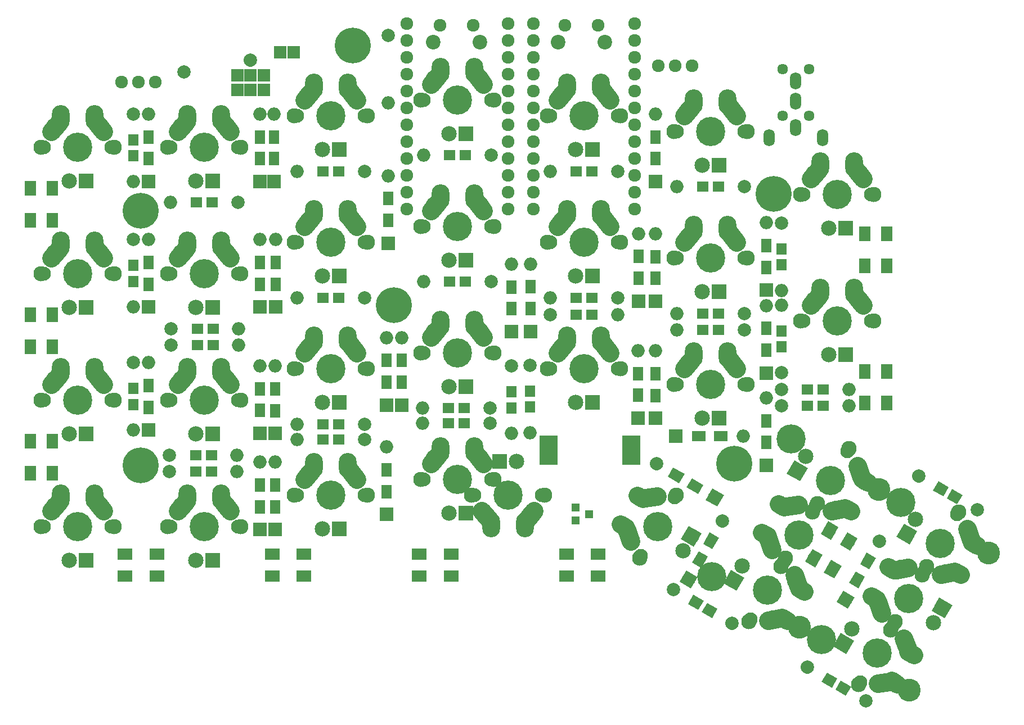
<source format=gts>
G04 #@! TF.GenerationSoftware,KiCad,Pcbnew,(5.0.0)*
G04 #@! TF.CreationDate,2018-09-16T22:23:12+09:00*
G04 #@! TF.ProjectId,ergodash,6572676F646173682E6B696361645F70,2.0*
G04 #@! TF.SameCoordinates,Original*
G04 #@! TF.FileFunction,Soldermask,Top*
G04 #@! TF.FilePolarity,Negative*
%FSLAX46Y46*%
G04 Gerber Fmt 4.6, Leading zero omitted, Abs format (unit mm)*
G04 Created by KiCad (PCBNEW (5.0.0)) date 09/16/18 22:23:12*
%MOMM*%
%LPD*%
G01*
G04 APERTURE LIST*
%ADD10C,1.600000*%
%ADD11C,0.100000*%
%ADD12C,2.000000*%
%ADD13C,2.000000*%
%ADD14R,2.000000X1.600000*%
%ADD15O,2.000000X2.000000*%
%ADD16R,2.000000X2.000000*%
%ADD17R,1.600000X2.000000*%
%ADD18R,1.800000X1.600000*%
%ADD19R,1.600000X1.800000*%
%ADD20C,4.387800*%
%ADD21C,3.448000*%
%ADD22R,1.800000X2.200000*%
%ADD23C,1.800000*%
%ADD24R,2.200000X1.800000*%
%ADD25C,2.305000*%
%ADD26R,1.924000X1.924000*%
%ADD27C,4.400000*%
%ADD28C,2.300000*%
%ADD29C,2.800000*%
%ADD30C,2.800000*%
%ADD31C,2.700000*%
%ADD32C,2.700000*%
%ADD33C,2.100000*%
%ADD34O,2.700000X3.737000*%
%ADD35R,1.300000X1.200000*%
%ADD36R,2.305000X2.305000*%
%ADD37C,1.924000*%
%ADD38C,5.400000*%
%ADD39C,2.200000*%
%ADD40R,2.800000X4.400000*%
%ADD41C,1.610000*%
%ADD42O,1.700000X2.600000*%
G04 APERTURE END LIST*
D10*
G04 #@! TO.C,D68*
X204290000Y-142173212D03*
D11*
G36*
X204482820Y-143439237D02*
X203097180Y-142639237D01*
X204097180Y-140907187D01*
X205482820Y-141707187D01*
X204482820Y-143439237D01*
X204482820Y-143439237D01*
G37*
D12*
X207645000Y-136362182D03*
D13*
X207645000Y-136362182D02*
X207645000Y-136362182D01*
D12*
X202565000Y-145161000D03*
D11*
G36*
X202931025Y-146527025D02*
X201198975Y-145527025D01*
X202198975Y-143794975D01*
X203931025Y-144794975D01*
X202931025Y-146527025D01*
X202931025Y-146527025D01*
G37*
D10*
X205920000Y-139349970D03*
D11*
G36*
X206112820Y-140615995D02*
X204727180Y-139815995D01*
X205727180Y-138083945D01*
X207112820Y-138883945D01*
X206112820Y-140615995D01*
X206112820Y-140615995D01*
G37*
G04 #@! TD*
D14*
G04 #@! TO.C,D1*
X180488000Y-120523000D03*
D15*
X187198000Y-120523000D03*
D16*
X177038000Y-120523000D03*
D14*
X183748000Y-120523000D03*
G04 #@! TD*
D10*
G04 #@! TO.C,D34*
X180668000Y-139125212D03*
D11*
G36*
X180860820Y-140391237D02*
X179475180Y-139591237D01*
X180475180Y-137859187D01*
X181860820Y-138659187D01*
X180860820Y-140391237D01*
X180860820Y-140391237D01*
G37*
D12*
X184023000Y-133314182D03*
D13*
X184023000Y-133314182D02*
X184023000Y-133314182D01*
D12*
X178943000Y-142113000D03*
D11*
G36*
X179309025Y-143479025D02*
X177576975Y-142479025D01*
X178576975Y-140746975D01*
X180309025Y-141746975D01*
X179309025Y-143479025D01*
X179309025Y-143479025D01*
G37*
D10*
X182298000Y-136301970D03*
D11*
G36*
X182490820Y-137567995D02*
X181105180Y-136767995D01*
X182105180Y-135035945D01*
X183490820Y-135835945D01*
X182490820Y-137567995D01*
X182490820Y-137567995D01*
G37*
G04 #@! TD*
D10*
G04 #@! TO.C,D33*
X179892212Y-128069000D03*
D11*
G36*
X181158237Y-127876180D02*
X180358237Y-129261820D01*
X178626187Y-128261820D01*
X179426187Y-126876180D01*
X181158237Y-127876180D01*
X181158237Y-127876180D01*
G37*
D12*
X174081182Y-124714000D03*
D13*
X174081182Y-124714000D02*
X174081182Y-124714000D01*
D12*
X182880000Y-129794000D03*
D11*
G36*
X184246025Y-129427975D02*
X183246025Y-131160025D01*
X181513975Y-130160025D01*
X182513975Y-128427975D01*
X184246025Y-129427975D01*
X184246025Y-129427975D01*
G37*
D10*
X177068970Y-126439000D03*
D11*
G36*
X178334995Y-126246180D02*
X177534995Y-127631820D01*
X175802945Y-126631820D01*
X176602945Y-125246180D01*
X178334995Y-126246180D01*
X178334995Y-126246180D01*
G37*
G04 #@! TD*
D17*
G04 #@! TO.C,D32*
X133477000Y-128884000D03*
D15*
X133477000Y-122174000D03*
D16*
X133477000Y-132334000D03*
D17*
X133477000Y-125624000D03*
G04 #@! TD*
G04 #@! TO.C,D31*
X116713000Y-131170000D03*
D15*
X116713000Y-124460000D03*
D16*
X116713000Y-134620000D03*
D17*
X116713000Y-127910000D03*
G04 #@! TD*
G04 #@! TO.C,D30*
X114427000Y-131170000D03*
D15*
X114427000Y-124460000D03*
D16*
X114427000Y-134620000D03*
D17*
X114427000Y-127910000D03*
G04 #@! TD*
G04 #@! TO.C,D29*
X97663000Y-116184000D03*
D15*
X97663000Y-109474000D03*
D16*
X97663000Y-119634000D03*
D17*
X97663000Y-112924000D03*
G04 #@! TD*
G04 #@! TO.C,D28*
X190627000Y-121497000D03*
D15*
X190627000Y-114787000D03*
D16*
X190627000Y-124947000D03*
D17*
X190627000Y-118237000D03*
G04 #@! TD*
G04 #@! TO.C,D27*
X190627000Y-107569000D03*
D15*
X190627000Y-100859000D03*
D16*
X190627000Y-111019000D03*
D17*
X190627000Y-104309000D03*
G04 #@! TD*
G04 #@! TO.C,D26*
X190627000Y-95102000D03*
D15*
X190627000Y-88392000D03*
D16*
X190627000Y-98552000D03*
D17*
X190627000Y-91842000D03*
G04 #@! TD*
G04 #@! TO.C,D24*
X173990000Y-114406000D03*
D15*
X173990000Y-107696000D03*
D16*
X173990000Y-117856000D03*
D17*
X173990000Y-111146000D03*
G04 #@! TD*
G04 #@! TO.C,D23*
X173990000Y-96774000D03*
D15*
X173990000Y-90064000D03*
D16*
X173990000Y-100224000D03*
D17*
X173990000Y-93514000D03*
G04 #@! TD*
G04 #@! TO.C,D22*
X173990000Y-78719000D03*
D15*
X173990000Y-72009000D03*
D16*
X173990000Y-82169000D03*
D17*
X173990000Y-75459000D03*
G04 #@! TD*
G04 #@! TO.C,D20*
X171323000Y-114385000D03*
D15*
X171323000Y-107675000D03*
D16*
X171323000Y-117835000D03*
D17*
X171323000Y-111125000D03*
G04 #@! TD*
G04 #@! TO.C,D15*
X152273000Y-101346000D03*
D15*
X152273000Y-94636000D03*
D16*
X152273000Y-104796000D03*
D17*
X152273000Y-98086000D03*
G04 #@! TD*
G04 #@! TO.C,D14*
X133731000Y-88011000D03*
D15*
X133731000Y-81301000D03*
D16*
X133731000Y-91461000D03*
D17*
X133731000Y-84751000D03*
G04 #@! TD*
G04 #@! TO.C,D12*
X133477000Y-112395000D03*
D15*
X133477000Y-105685000D03*
D16*
X133477000Y-115845000D03*
D17*
X133477000Y-109135000D03*
G04 #@! TD*
G04 #@! TO.C,D11*
X116840000Y-97642000D03*
D15*
X116840000Y-90932000D03*
D16*
X116840000Y-101092000D03*
D17*
X116840000Y-94382000D03*
G04 #@! TD*
G04 #@! TO.C,D10*
X116586000Y-78719000D03*
D15*
X116586000Y-72009000D03*
D16*
X116586000Y-82169000D03*
D17*
X116586000Y-75459000D03*
G04 #@! TD*
G04 #@! TO.C,D8*
X116713000Y-116692000D03*
D15*
X116713000Y-109982000D03*
D16*
X116713000Y-120142000D03*
D17*
X116713000Y-113432000D03*
G04 #@! TD*
G04 #@! TO.C,D7*
X114427000Y-97642000D03*
D15*
X114427000Y-90932000D03*
D16*
X114427000Y-101092000D03*
D17*
X114427000Y-94382000D03*
G04 #@! TD*
G04 #@! TO.C,D6*
X114427000Y-78719000D03*
D15*
X114427000Y-72009000D03*
D16*
X114427000Y-82169000D03*
D17*
X114427000Y-75459000D03*
G04 #@! TD*
G04 #@! TO.C,D4*
X114427000Y-116671000D03*
D15*
X114427000Y-109961000D03*
D16*
X114427000Y-120121000D03*
D17*
X114427000Y-113411000D03*
G04 #@! TD*
G04 #@! TO.C,D3*
X97663000Y-97642000D03*
D15*
X97663000Y-90932000D03*
D16*
X97663000Y-101092000D03*
D17*
X97663000Y-94382000D03*
G04 #@! TD*
G04 #@! TO.C,D2*
X97663000Y-78719000D03*
D15*
X97663000Y-72009000D03*
D16*
X97663000Y-82169000D03*
D17*
X97663000Y-75459000D03*
G04 #@! TD*
G04 #@! TO.C,D16*
X135763000Y-112395000D03*
D15*
X135763000Y-105685000D03*
D16*
X135763000Y-115845000D03*
D17*
X135763000Y-109135000D03*
G04 #@! TD*
G04 #@! TO.C,D18*
X155194000Y-101304000D03*
D15*
X155194000Y-94594000D03*
D16*
X155194000Y-104754000D03*
D17*
X155194000Y-98044000D03*
G04 #@! TD*
G04 #@! TO.C,D19*
X171450000Y-96732000D03*
D15*
X171450000Y-90022000D03*
D16*
X171450000Y-100182000D03*
D17*
X171450000Y-93472000D03*
G04 #@! TD*
D10*
G04 #@! TO.C,R39*
X200126070Y-157304000D03*
D11*
G36*
X201305493Y-157061180D02*
X200505493Y-158446820D01*
X198946647Y-157546820D01*
X199746647Y-156161180D01*
X201305493Y-157061180D01*
X201305493Y-157061180D01*
G37*
D12*
X205582030Y-160454000D03*
X196783212Y-155374000D03*
D13*
X196783212Y-155374000D02*
X196783212Y-155374000D01*
D10*
X202204531Y-158504000D03*
D11*
G36*
X203383954Y-158261180D02*
X202583954Y-159646820D01*
X201025108Y-158746820D01*
X201825108Y-157361180D01*
X203383954Y-158261180D01*
X203383954Y-158261180D01*
G37*
G04 #@! TD*
D18*
G04 #@! TO.C,R38*
X199213000Y-115951000D03*
D12*
X192913000Y-115951000D03*
D15*
X203073000Y-115951000D03*
D18*
X196813000Y-115951000D03*
G04 #@! TD*
D10*
G04 #@! TO.C,R37*
X216890070Y-128475000D03*
D11*
G36*
X218069493Y-128232180D02*
X217269493Y-129617820D01*
X215710647Y-128717820D01*
X216510647Y-127332180D01*
X218069493Y-128232180D01*
X218069493Y-128232180D01*
G37*
D12*
X222346030Y-131625000D03*
X213547212Y-126545000D03*
D13*
X213547212Y-126545000D02*
X213547212Y-126545000D01*
D10*
X218968531Y-129675000D03*
D11*
G36*
X220147954Y-129432180D02*
X219347954Y-130817820D01*
X217789108Y-129917820D01*
X218589108Y-128532180D01*
X220147954Y-129432180D01*
X220147954Y-129432180D01*
G37*
G04 #@! TD*
D18*
G04 #@! TO.C,R14*
X199213000Y-113538000D03*
D12*
X192913000Y-113538000D03*
D15*
X203073000Y-113538000D03*
D18*
X196813000Y-113538000D03*
G04 #@! TD*
G04 #@! TO.C,R36*
X142798000Y-118618000D03*
D12*
X149098000Y-118618000D03*
D15*
X138938000Y-118618000D03*
D18*
X145198000Y-118618000D03*
G04 #@! TD*
G04 #@! TO.C,R35*
X123875000Y-121031000D03*
D12*
X130175000Y-121031000D03*
D15*
X120015000Y-121031000D03*
D18*
X126275000Y-121031000D03*
G04 #@! TD*
G04 #@! TO.C,R34*
X107138000Y-125857000D03*
D12*
X100838000Y-125857000D03*
D15*
X110998000Y-125857000D03*
D18*
X104738000Y-125857000D03*
G04 #@! TD*
G04 #@! TO.C,R33*
X107138000Y-123444000D03*
D12*
X100838000Y-123444000D03*
D15*
X110998000Y-123444000D03*
D18*
X104738000Y-123444000D03*
G04 #@! TD*
D10*
G04 #@! TO.C,R32*
X182112960Y-146787000D03*
D11*
G36*
X180933537Y-147029820D02*
X181733537Y-145644180D01*
X183292383Y-146544180D01*
X182492383Y-147929820D01*
X180933537Y-147029820D01*
X180933537Y-147029820D01*
G37*
D12*
X176657000Y-143637000D03*
X185455818Y-148717000D03*
D13*
X185455818Y-148717000D02*
X185455818Y-148717000D01*
D10*
X180034499Y-145587000D03*
D11*
G36*
X178855076Y-145829820D02*
X179655076Y-144444180D01*
X181213922Y-145344180D01*
X180413922Y-146729820D01*
X178855076Y-145829820D01*
X178855076Y-145829820D01*
G37*
G04 #@! TD*
D18*
G04 #@! TO.C,R31*
X181025000Y-104521000D03*
D12*
X187325000Y-104521000D03*
D15*
X177165000Y-104521000D03*
D18*
X183425000Y-104521000D03*
G04 #@! TD*
G04 #@! TO.C,R30*
X164415000Y-102235000D03*
D12*
X158115000Y-102235000D03*
D15*
X168275000Y-102235000D03*
D18*
X162015000Y-102235000D03*
G04 #@! TD*
G04 #@! TO.C,R29*
X142798000Y-116332000D03*
D12*
X149098000Y-116332000D03*
D15*
X138938000Y-116332000D03*
D18*
X145198000Y-116332000D03*
G04 #@! TD*
G04 #@! TO.C,R28*
X123875000Y-118745000D03*
D12*
X130175000Y-118745000D03*
D15*
X120015000Y-118745000D03*
D18*
X126275000Y-118745000D03*
G04 #@! TD*
D19*
G04 #@! TO.C,R27*
X95377000Y-115753000D03*
D12*
X95377000Y-109453000D03*
D15*
X95377000Y-119613000D03*
D19*
X95377000Y-113353000D03*
G04 #@! TD*
D18*
G04 #@! TO.C,R26*
X107392000Y-106807000D03*
D12*
X101092000Y-106807000D03*
D15*
X111252000Y-106807000D03*
D18*
X104992000Y-106807000D03*
G04 #@! TD*
D19*
G04 #@! TO.C,R25*
X192913000Y-104698000D03*
D12*
X192913000Y-110998000D03*
D15*
X192913000Y-100838000D03*
D19*
X192913000Y-107098000D03*
G04 #@! TD*
D18*
G04 #@! TO.C,R24*
X181025000Y-102108000D03*
D12*
X187325000Y-102108000D03*
D15*
X177165000Y-102108000D03*
D18*
X183425000Y-102108000D03*
G04 #@! TD*
G04 #@! TO.C,R23*
X161975000Y-99695000D03*
D12*
X168275000Y-99695000D03*
D15*
X158115000Y-99695000D03*
D18*
X164375000Y-99695000D03*
G04 #@! TD*
G04 #@! TO.C,R22*
X142925000Y-97282000D03*
D12*
X149225000Y-97282000D03*
D15*
X139065000Y-97282000D03*
D18*
X145325000Y-97282000D03*
G04 #@! TD*
G04 #@! TO.C,R21*
X123875000Y-99695000D03*
D12*
X130175000Y-99695000D03*
D15*
X120015000Y-99695000D03*
D18*
X126275000Y-99695000D03*
G04 #@! TD*
G04 #@! TO.C,R20*
X107392000Y-104394000D03*
D12*
X101092000Y-104394000D03*
D15*
X111252000Y-104394000D03*
D18*
X104992000Y-104394000D03*
G04 #@! TD*
D19*
G04 #@! TO.C,R19*
X95377000Y-97232000D03*
D12*
X95377000Y-90932000D03*
D15*
X95377000Y-101092000D03*
D19*
X95377000Y-94832000D03*
G04 #@! TD*
G04 #@! TO.C,R18*
X192913000Y-94713000D03*
D12*
X192913000Y-88413000D03*
D15*
X192913000Y-98573000D03*
D19*
X192913000Y-92313000D03*
G04 #@! TD*
D18*
G04 #@! TO.C,R16*
X161975000Y-80645000D03*
D12*
X168275000Y-80645000D03*
D15*
X158115000Y-80645000D03*
D18*
X164375000Y-80645000D03*
G04 #@! TD*
G04 #@! TO.C,R15*
X142925000Y-78232000D03*
D12*
X149225000Y-78232000D03*
D15*
X139065000Y-78232000D03*
D18*
X145325000Y-78232000D03*
G04 #@! TD*
G04 #@! TO.C,R12*
X123875000Y-80645000D03*
D12*
X130175000Y-80645000D03*
D15*
X120015000Y-80645000D03*
D18*
X126275000Y-80645000D03*
G04 #@! TD*
G04 #@! TO.C,R11*
X104825000Y-85344000D03*
D12*
X111125000Y-85344000D03*
D15*
X100965000Y-85344000D03*
D18*
X107225000Y-85344000D03*
G04 #@! TD*
D19*
G04 #@! TO.C,R10*
X95377000Y-78309000D03*
D12*
X95377000Y-72009000D03*
D15*
X95377000Y-82169000D03*
D19*
X95377000Y-75909000D03*
G04 #@! TD*
G04 #@! TO.C,R13*
X152273000Y-116261000D03*
D12*
X152273000Y-109961000D03*
D15*
X152273000Y-120121000D03*
D19*
X152273000Y-113861000D03*
G04 #@! TD*
D18*
G04 #@! TO.C,R17*
X181025000Y-82931000D03*
D12*
X187325000Y-82931000D03*
D15*
X177165000Y-82931000D03*
D18*
X183425000Y-82931000D03*
G04 #@! TD*
D19*
G04 #@! TO.C,R3*
X155067000Y-116155000D03*
D12*
X155067000Y-109855000D03*
D15*
X155067000Y-120015000D03*
D19*
X155067000Y-113755000D03*
G04 #@! TD*
D20*
G04 #@! TO.C,*
X182434460Y-141662361D03*
X194372460Y-120985139D03*
D21*
X195632687Y-149282361D03*
X207570687Y-128605139D03*
G04 #@! TD*
D22*
G04 #@! TO.C,LED11*
X208787000Y-94856000D03*
X205487000Y-94856000D03*
X205487000Y-90056000D03*
X208787000Y-90056000D03*
G04 #@! TD*
G04 #@! TO.C,LED10*
X208787000Y-115557000D03*
X205487000Y-115557000D03*
X205487000Y-110757000D03*
X208787000Y-110757000D03*
G04 #@! TD*
D23*
G04 #@! TO.C,LED9*
X200634942Y-140571461D03*
D11*
G36*
X201964365Y-140068833D02*
X200864365Y-141974089D01*
X199305519Y-141074089D01*
X200405519Y-139168833D01*
X201964365Y-140068833D01*
X201964365Y-140068833D01*
G37*
D23*
X197777058Y-138921461D03*
D11*
G36*
X199106481Y-138418833D02*
X198006481Y-140324089D01*
X196447635Y-139424089D01*
X197547635Y-137518833D01*
X199106481Y-138418833D01*
X199106481Y-138418833D01*
G37*
D23*
X200177058Y-134764539D03*
D11*
G36*
X201506481Y-134261911D02*
X200406481Y-136167167D01*
X198847635Y-135267167D01*
X199947635Y-133361911D01*
X201506481Y-134261911D01*
X201506481Y-134261911D01*
G37*
D23*
X203034942Y-136414539D03*
D11*
G36*
X204364365Y-135911911D02*
X203264365Y-137817167D01*
X201705519Y-136917167D01*
X202805519Y-135011911D01*
X204364365Y-135911911D01*
X204364365Y-135911911D01*
G37*
G04 #@! TD*
D24*
G04 #@! TO.C,LED8*
X160541000Y-141604000D03*
X160541000Y-138304000D03*
X165341000Y-138304000D03*
X165341000Y-141604000D03*
G04 #@! TD*
G04 #@! TO.C,LED7*
X138400667Y-141604000D03*
X138400667Y-138304000D03*
X143200667Y-138304000D03*
X143200667Y-141604000D03*
G04 #@! TD*
G04 #@! TO.C,LED6*
X116260333Y-141604000D03*
X116260333Y-138304000D03*
X121060333Y-138304000D03*
X121060333Y-141604000D03*
G04 #@! TD*
G04 #@! TO.C,LED5*
X94120000Y-141604000D03*
X94120000Y-138304000D03*
X98920000Y-138304000D03*
X98920000Y-141604000D03*
G04 #@! TD*
D22*
G04 #@! TO.C,LED4*
X79884000Y-121298000D03*
X83184000Y-121298000D03*
X83184000Y-126098000D03*
X79884000Y-126098000D03*
G04 #@! TD*
G04 #@! TO.C,LED3*
X79884000Y-102248000D03*
X83184000Y-102248000D03*
X83184000Y-107048000D03*
X79884000Y-107048000D03*
G04 #@! TD*
G04 #@! TO.C,LED2*
X79884000Y-83198000D03*
X83184000Y-83198000D03*
X83184000Y-87998000D03*
X79884000Y-87998000D03*
G04 #@! TD*
D25*
G04 #@! TO.C,D73*
X215814909Y-148616152D03*
X217084909Y-146416448D03*
D11*
G36*
X217506753Y-147990792D02*
X215510565Y-146838292D01*
X216663065Y-144842104D01*
X218659253Y-145994604D01*
X217506753Y-147990792D01*
X217506753Y-147990792D01*
G37*
G04 #@! TD*
D25*
G04 #@! TO.C,D72*
X203523591Y-149585498D03*
X202253591Y-151785202D03*
D11*
G36*
X201831747Y-150210858D02*
X203827935Y-151363358D01*
X202675435Y-153359546D01*
X200679247Y-152207046D01*
X201831747Y-150210858D01*
X201831747Y-150210858D01*
G37*
G04 #@! TD*
D25*
G04 #@! TO.C,D71*
X187025591Y-140060448D03*
X185755591Y-142260152D03*
D11*
G36*
X185333747Y-140685808D02*
X187329935Y-141838308D01*
X186177435Y-143834496D01*
X184181247Y-142681996D01*
X185333747Y-140685808D01*
X185333747Y-140685808D01*
G37*
G04 #@! TD*
D25*
G04 #@! TO.C,D70*
X213048591Y-133087498D03*
X211778591Y-135287202D03*
D11*
G36*
X211356747Y-133712858D02*
X213352935Y-134865358D01*
X212200435Y-136861546D01*
X210204247Y-135709046D01*
X211356747Y-133712858D01*
X211356747Y-133712858D01*
G37*
G04 #@! TD*
D25*
G04 #@! TO.C,D69*
X196550591Y-123562448D03*
X195280591Y-125762152D03*
D11*
G36*
X194858747Y-124187808D02*
X196854935Y-125340308D01*
X195702435Y-127336496D01*
X193706247Y-126183996D01*
X194858747Y-124187808D01*
X194858747Y-124187808D01*
G37*
G04 #@! TD*
D26*
G04 #@! TO.C,J5*
X115030000Y-68368000D03*
X113030000Y-68368000D03*
X111030000Y-68368000D03*
G04 #@! TD*
G04 #@! TO.C,J4*
X115030000Y-66209000D03*
X113030000Y-66209000D03*
X111030000Y-66209000D03*
G04 #@! TD*
D27*
G04 #@! TO.C,SW41*
X207288000Y-153225350D03*
D28*
X210038000Y-148462210D03*
X204538000Y-157988490D03*
D29*
X211632119Y-151853578D03*
D30*
X211324301Y-151007855D02*
X211939937Y-152699301D01*
D29*
X208272070Y-157673353D03*
D30*
X209158397Y-157517070D02*
X207385743Y-157829636D01*
D31*
X209925114Y-157657734D03*
D32*
X210374148Y-157916984D02*
X209476080Y-157398484D01*
D31*
X212445114Y-153292966D03*
D32*
X212894148Y-153552216D02*
X211996080Y-153033716D01*
D33*
X204748000Y-157624759D03*
X209828000Y-148825941D03*
G04 #@! TD*
D27*
G04 #@! TO.C,SW40*
X212050500Y-144976300D03*
D28*
X209300500Y-149739440D03*
X214800500Y-140213160D03*
D29*
X207706381Y-146348072D03*
D30*
X208014199Y-147193795D02*
X207398563Y-145502349D01*
D29*
X211066430Y-140528297D03*
D30*
X210180103Y-140684580D02*
X211952757Y-140372014D01*
D31*
X209413386Y-140543916D03*
D32*
X208964352Y-140284666D02*
X209862420Y-140803166D01*
D31*
X206893386Y-144908684D03*
D32*
X206444352Y-144649434D02*
X207342420Y-145167934D01*
D33*
X214590500Y-140576891D03*
X209510500Y-149375709D03*
G04 #@! TD*
D27*
G04 #@! TO.C,SW39*
X216813000Y-136727350D03*
D28*
X219563000Y-131964210D03*
X214063000Y-141490490D03*
D29*
X221157119Y-135355578D03*
D30*
X220849301Y-134509855D02*
X221464937Y-136201301D01*
D29*
X217797070Y-141175353D03*
D30*
X218683397Y-141019070D02*
X216910743Y-141331636D01*
D31*
X219450114Y-141159734D03*
D32*
X219899148Y-141418984D02*
X219001080Y-140900484D01*
D31*
X221970114Y-136794966D03*
D32*
X222419148Y-137054216D02*
X221521080Y-136535716D01*
D33*
X214273000Y-141126759D03*
X219353000Y-132327941D03*
G04 #@! TD*
D27*
G04 #@! TO.C,SW36*
X195552500Y-135451250D03*
D28*
X192802500Y-140214390D03*
X198302500Y-130688110D03*
D29*
X191208381Y-136823022D03*
D30*
X191516199Y-137668745D02*
X190900563Y-135977299D01*
D29*
X194568430Y-131003247D03*
D30*
X193682103Y-131159530D02*
X195454757Y-130846964D01*
D31*
X192915386Y-131018866D03*
D32*
X192466352Y-130759616D02*
X193364420Y-131278116D01*
D31*
X190395386Y-135383634D03*
D32*
X189946352Y-135124384D02*
X190844420Y-135642884D01*
D33*
X198092500Y-131051841D03*
X193012500Y-139850659D03*
G04 #@! TD*
D27*
G04 #@! TO.C,SW35*
X190790000Y-143700300D03*
D28*
X193540000Y-138937160D03*
X188040000Y-148463440D03*
D29*
X195134119Y-142328528D03*
D30*
X194826301Y-141482805D02*
X195441937Y-143174251D01*
D29*
X191774070Y-148148303D03*
D30*
X192660397Y-147992020D02*
X190887743Y-148304586D01*
D31*
X193427114Y-148132684D03*
D32*
X193876148Y-148391934D02*
X192978080Y-147873434D01*
D31*
X195947114Y-143767916D03*
D32*
X196396148Y-144027166D02*
X195498080Y-143508666D01*
D33*
X188250000Y-148099709D03*
X193330000Y-139300891D03*
G04 #@! TD*
D27*
G04 #@! TO.C,SW32*
X125095000Y-129413000D03*
D28*
X130595000Y-129413000D03*
X119595000Y-129413000D03*
D29*
X128455049Y-126336769D03*
D30*
X129033558Y-127026209D02*
X127876540Y-125647329D01*
D29*
X121734951Y-126336769D03*
D30*
X122313460Y-125647329D02*
X121156442Y-127026209D01*
D34*
X122575000Y-124913000D03*
X127615000Y-124913000D03*
D33*
X120015000Y-129413000D03*
X130175000Y-129413000D03*
G04 #@! TD*
D27*
G04 #@! TO.C,SW31*
X106045000Y-134175500D03*
D28*
X100545000Y-134175500D03*
X111545000Y-134175500D03*
D29*
X102684951Y-131099269D03*
D30*
X102106442Y-131788709D02*
X103263460Y-130409829D01*
D29*
X109405049Y-131099269D03*
D30*
X108826540Y-130409829D02*
X109983558Y-131788709D01*
D34*
X108565000Y-129675500D03*
X103525000Y-129675500D03*
D33*
X111125000Y-134175500D03*
X100965000Y-134175500D03*
G04 #@! TD*
D27*
G04 #@! TO.C,SW30*
X86995000Y-134175500D03*
D28*
X92495000Y-134175500D03*
X81495000Y-134175500D03*
D29*
X90355049Y-131099269D03*
D30*
X90933558Y-131788709D02*
X89776540Y-130409829D01*
D29*
X83634951Y-131099269D03*
D30*
X84213460Y-130409829D02*
X83056442Y-131788709D01*
D34*
X84475000Y-129675500D03*
X89515000Y-129675500D03*
D33*
X81915000Y-134175500D03*
X92075000Y-134175500D03*
G04 #@! TD*
D27*
G04 #@! TO.C,SW28*
X200315000Y-127202300D03*
D28*
X203065000Y-122439160D03*
X197565000Y-131965440D03*
D29*
X204659119Y-125830528D03*
D30*
X204351301Y-124984805D02*
X204966937Y-126676251D01*
D29*
X201299070Y-131650303D03*
D30*
X202185397Y-131494020D02*
X200412743Y-131806586D01*
D31*
X202952114Y-131634684D03*
D32*
X203401148Y-131893934D02*
X202503080Y-131375434D01*
D31*
X205472114Y-127269916D03*
D32*
X205921148Y-127529166D02*
X205023080Y-127010666D01*
D33*
X197775000Y-131601709D03*
X202855000Y-122802891D03*
G04 #@! TD*
D27*
G04 #@! TO.C,SW26*
X201295000Y-84169250D03*
D28*
X195795000Y-84169250D03*
X206795000Y-84169250D03*
D29*
X197934951Y-81093019D03*
D30*
X197356442Y-81782459D02*
X198513460Y-80403579D01*
D29*
X204655049Y-81093019D03*
D30*
X204076540Y-80403579D02*
X205233558Y-81782459D01*
D34*
X203815000Y-79669250D03*
X198775000Y-79669250D03*
D33*
X206375000Y-84169250D03*
X196215000Y-84169250D03*
G04 #@! TD*
D27*
G04 #@! TO.C,SW24*
X182245000Y-112744250D03*
D28*
X187745000Y-112744250D03*
X176745000Y-112744250D03*
D29*
X185605049Y-109668019D03*
D30*
X186183558Y-110357459D02*
X185026540Y-108978579D01*
D29*
X178884951Y-109668019D03*
D30*
X179463460Y-108978579D02*
X178306442Y-110357459D01*
D34*
X179725000Y-108244250D03*
X184765000Y-108244250D03*
D33*
X177165000Y-112744250D03*
X187325000Y-112744250D03*
G04 #@! TD*
D27*
G04 #@! TO.C,SW22*
X182245000Y-74644250D03*
D28*
X187745000Y-74644250D03*
X176745000Y-74644250D03*
D29*
X185605049Y-71568019D03*
D30*
X186183558Y-72257459D02*
X185026540Y-70878579D01*
D29*
X178884951Y-71568019D03*
D30*
X179463460Y-70878579D02*
X178306442Y-72257459D01*
D34*
X179725000Y-70144250D03*
X184765000Y-70144250D03*
D33*
X177165000Y-74644250D03*
X187325000Y-74644250D03*
G04 #@! TD*
D27*
G04 #@! TO.C,SW20*
X163195000Y-110363000D03*
D28*
X157695000Y-110363000D03*
X168695000Y-110363000D03*
D29*
X159834951Y-107286769D03*
D30*
X159256442Y-107976209D02*
X160413460Y-106597329D01*
D29*
X166555049Y-107286769D03*
D30*
X165976540Y-106597329D02*
X167133558Y-107976209D01*
D34*
X165715000Y-105863000D03*
X160675000Y-105863000D03*
D33*
X168275000Y-110363000D03*
X158115000Y-110363000D03*
G04 #@! TD*
D27*
G04 #@! TO.C,SW18*
X163195000Y-72263000D03*
D28*
X157695000Y-72263000D03*
X168695000Y-72263000D03*
D29*
X159834951Y-69186769D03*
D30*
X159256442Y-69876209D02*
X160413460Y-68497329D01*
D29*
X166555049Y-69186769D03*
D30*
X165976540Y-68497329D02*
X167133558Y-69876209D01*
D34*
X165715000Y-67763000D03*
X160675000Y-67763000D03*
D33*
X168275000Y-72263000D03*
X158115000Y-72263000D03*
G04 #@! TD*
D27*
G04 #@! TO.C,SW16*
X144145000Y-107981750D03*
D28*
X138645000Y-107981750D03*
X149645000Y-107981750D03*
D29*
X140784951Y-104905519D03*
D30*
X140206442Y-105594959D02*
X141363460Y-104216079D01*
D29*
X147505049Y-104905519D03*
D30*
X146926540Y-104216079D02*
X148083558Y-105594959D01*
D34*
X146665000Y-103481750D03*
X141625000Y-103481750D03*
D33*
X149225000Y-107981750D03*
X139065000Y-107981750D03*
G04 #@! TD*
D27*
G04 #@! TO.C,SW14*
X144145000Y-69881750D03*
D28*
X138645000Y-69881750D03*
X149645000Y-69881750D03*
D29*
X140784951Y-66805519D03*
D30*
X140206442Y-67494959D02*
X141363460Y-66116079D01*
D29*
X147505049Y-66805519D03*
D30*
X146926540Y-66116079D02*
X148083558Y-67494959D01*
D34*
X146665000Y-65381750D03*
X141625000Y-65381750D03*
D33*
X149225000Y-69881750D03*
X139065000Y-69881750D03*
G04 #@! TD*
D27*
G04 #@! TO.C,SW8*
X106045000Y-115125500D03*
D28*
X100545000Y-115125500D03*
X111545000Y-115125500D03*
D29*
X102684951Y-112049269D03*
D30*
X102106442Y-112738709D02*
X103263460Y-111359829D01*
D29*
X109405049Y-112049269D03*
D30*
X108826540Y-111359829D02*
X109983558Y-112738709D01*
D34*
X108565000Y-110625500D03*
X103525000Y-110625500D03*
D33*
X111125000Y-115125500D03*
X100965000Y-115125500D03*
G04 #@! TD*
D27*
G04 #@! TO.C,SW7*
X106045000Y-96075500D03*
D28*
X100545000Y-96075500D03*
X111545000Y-96075500D03*
D29*
X102684951Y-92999269D03*
D30*
X102106442Y-93688709D02*
X103263460Y-92309829D01*
D29*
X109405049Y-92999269D03*
D30*
X108826540Y-92309829D02*
X109983558Y-93688709D01*
D34*
X108565000Y-91575500D03*
X103525000Y-91575500D03*
D33*
X111125000Y-96075500D03*
X100965000Y-96075500D03*
G04 #@! TD*
D27*
G04 #@! TO.C,SW6*
X106045000Y-77025500D03*
D28*
X100545000Y-77025500D03*
X111545000Y-77025500D03*
D29*
X102684951Y-73949269D03*
D30*
X102106442Y-74638709D02*
X103263460Y-73259829D01*
D29*
X109405049Y-73949269D03*
D30*
X108826540Y-73259829D02*
X109983558Y-74638709D01*
D34*
X108565000Y-72525500D03*
X103525000Y-72525500D03*
D33*
X111125000Y-77025500D03*
X100965000Y-77025500D03*
G04 #@! TD*
D27*
G04 #@! TO.C,SW3*
X86995000Y-96075500D03*
D28*
X92495000Y-96075500D03*
X81495000Y-96075500D03*
D29*
X90355049Y-92999269D03*
D30*
X90933558Y-93688709D02*
X89776540Y-92309829D01*
D29*
X83634951Y-92999269D03*
D30*
X84213460Y-92309829D02*
X83056442Y-93688709D01*
D34*
X84475000Y-91575500D03*
X89515000Y-91575500D03*
D33*
X81915000Y-96075500D03*
X92075000Y-96075500D03*
G04 #@! TD*
D35*
G04 #@! TO.C,Q1*
X161957000Y-131323000D03*
X161957000Y-133223000D03*
X163957000Y-132273000D03*
G04 #@! TD*
D25*
G04 #@! TO.C,D67*
X153035000Y-124333000D03*
D36*
X150495000Y-124333000D03*
G04 #@! TD*
D37*
G04 #@! TO.C,U3*
X136525000Y-58420000D03*
X136525000Y-60960000D03*
X136525000Y-63500000D03*
X136525000Y-66040000D03*
X136525000Y-68580000D03*
X136525000Y-71120000D03*
X136525000Y-73660000D03*
X136525000Y-76200000D03*
X136525000Y-78740000D03*
X136525000Y-81280000D03*
X136525000Y-83820000D03*
X136525000Y-86360000D03*
X151765000Y-86360000D03*
X151765000Y-83820000D03*
X151765000Y-81280000D03*
X151765000Y-78740000D03*
X151765000Y-76200000D03*
X151765000Y-73660000D03*
X151765000Y-71120000D03*
X151765000Y-68580000D03*
X151765000Y-66040000D03*
X151765000Y-63500000D03*
X151765000Y-60960000D03*
X151765000Y-58420000D03*
G04 #@! TD*
D25*
G04 #@! TO.C,D66*
X142875000Y-132111750D03*
D36*
X145415000Y-132111750D03*
G04 #@! TD*
D25*
G04 #@! TO.C,D65*
X123825000Y-134493000D03*
D36*
X126365000Y-134493000D03*
G04 #@! TD*
D25*
G04 #@! TO.C,D64*
X104775000Y-139255500D03*
D36*
X107315000Y-139255500D03*
G04 #@! TD*
D25*
G04 #@! TO.C,D63*
X85725000Y-139255500D03*
D36*
X88265000Y-139255500D03*
G04 #@! TD*
D25*
G04 #@! TO.C,D62*
X178056409Y-137815102D03*
X179326409Y-135615398D03*
D11*
G36*
X179748253Y-137189742D02*
X177752065Y-136037242D01*
X178904565Y-134041054D01*
X180900753Y-135193554D01*
X179748253Y-137189742D01*
X179748253Y-137189742D01*
G37*
G04 #@! TD*
D25*
G04 #@! TO.C,D61*
X180975000Y-117824250D03*
D36*
X183515000Y-117824250D03*
G04 #@! TD*
D25*
G04 #@! TO.C,D60*
X161925000Y-115443000D03*
D36*
X164465000Y-115443000D03*
G04 #@! TD*
D25*
G04 #@! TO.C,D59*
X142875000Y-113061750D03*
D36*
X145415000Y-113061750D03*
G04 #@! TD*
D25*
G04 #@! TO.C,D58*
X123825000Y-115443000D03*
D36*
X126365000Y-115443000D03*
G04 #@! TD*
D25*
G04 #@! TO.C,D57*
X104775000Y-120205500D03*
D36*
X107315000Y-120205500D03*
G04 #@! TD*
D25*
G04 #@! TO.C,D56*
X85725000Y-120205500D03*
D36*
X88265000Y-120205500D03*
G04 #@! TD*
D25*
G04 #@! TO.C,D55*
X200025000Y-108299250D03*
D36*
X202565000Y-108299250D03*
G04 #@! TD*
D25*
G04 #@! TO.C,D54*
X180975000Y-98774250D03*
D36*
X183515000Y-98774250D03*
G04 #@! TD*
D25*
G04 #@! TO.C,D53*
X161925000Y-96393000D03*
D36*
X164465000Y-96393000D03*
G04 #@! TD*
D25*
G04 #@! TO.C,D52*
X142875000Y-94011750D03*
D36*
X145415000Y-94011750D03*
G04 #@! TD*
D25*
G04 #@! TO.C,D51*
X123825000Y-96393000D03*
D36*
X126365000Y-96393000D03*
G04 #@! TD*
D25*
G04 #@! TO.C,D50*
X104775000Y-101155500D03*
D36*
X107315000Y-101155500D03*
G04 #@! TD*
D25*
G04 #@! TO.C,D49*
X85725000Y-101155500D03*
D36*
X88265000Y-101155500D03*
G04 #@! TD*
D25*
G04 #@! TO.C,D48*
X200025000Y-89249250D03*
D36*
X202565000Y-89249250D03*
G04 #@! TD*
D25*
G04 #@! TO.C,D47*
X180975000Y-79724250D03*
D36*
X183515000Y-79724250D03*
G04 #@! TD*
D25*
G04 #@! TO.C,D46*
X161925000Y-77343000D03*
D36*
X164465000Y-77343000D03*
G04 #@! TD*
D25*
G04 #@! TO.C,D45*
X142875000Y-74961750D03*
D36*
X145415000Y-74961750D03*
G04 #@! TD*
D25*
G04 #@! TO.C,D44*
X123825000Y-77343000D03*
D36*
X126365000Y-77343000D03*
G04 #@! TD*
D25*
G04 #@! TO.C,D43*
X104775000Y-82105500D03*
D36*
X107315000Y-82105500D03*
G04 #@! TD*
D25*
G04 #@! TO.C,D42*
X85725000Y-82105500D03*
D36*
X88265000Y-82105500D03*
G04 #@! TD*
D38*
G04 #@! TO.C,U9*
X128397000Y-61722000D03*
G04 #@! TD*
D37*
G04 #@! TO.C,J3*
X176911000Y-64770000D03*
X174411000Y-64770000D03*
X179411000Y-64770000D03*
G04 #@! TD*
G04 #@! TO.C,J2*
X96139000Y-67183000D03*
X93639000Y-67183000D03*
X98639000Y-67183000D03*
G04 #@! TD*
D26*
G04 #@! TO.C,W1*
X119491000Y-62738000D03*
X117491000Y-62738000D03*
G04 #@! TD*
D38*
G04 #@! TO.C,U7*
X96520000Y-124968000D03*
G04 #@! TD*
G04 #@! TO.C,U5*
X96520000Y-86614000D03*
G04 #@! TD*
G04 #@! TO.C,U4*
X185801000Y-124714000D03*
G04 #@! TD*
G04 #@! TO.C,U2*
X191770000Y-84074000D03*
G04 #@! TD*
G04 #@! TO.C,U1*
X134620000Y-100838000D03*
G04 #@! TD*
D27*
G04 #@! TO.C,SW4*
X86995000Y-115125500D03*
D28*
X92495000Y-115125500D03*
X81495000Y-115125500D03*
D29*
X90355049Y-112049269D03*
D30*
X90933558Y-112738709D02*
X89776540Y-111359829D01*
D29*
X83634951Y-112049269D03*
D30*
X84213460Y-111359829D02*
X83056442Y-112738709D01*
D34*
X84475000Y-110625500D03*
X89515000Y-110625500D03*
D33*
X81915000Y-115125500D03*
X92075000Y-115125500D03*
G04 #@! TD*
D27*
G04 #@! TO.C,SW11*
X125095000Y-91313000D03*
D28*
X119595000Y-91313000D03*
X130595000Y-91313000D03*
D29*
X121734951Y-88236769D03*
D30*
X121156442Y-88926209D02*
X122313460Y-87547329D01*
D29*
X128455049Y-88236769D03*
D30*
X127876540Y-87547329D02*
X129033558Y-88926209D01*
D34*
X127615000Y-86813000D03*
X122575000Y-86813000D03*
D33*
X130175000Y-91313000D03*
X120015000Y-91313000D03*
G04 #@! TD*
D27*
G04 #@! TO.C,SW12*
X125095000Y-110363000D03*
D28*
X119595000Y-110363000D03*
X130595000Y-110363000D03*
D29*
X121734951Y-107286769D03*
D30*
X121156442Y-107976209D02*
X122313460Y-106597329D01*
D29*
X128455049Y-107286769D03*
D30*
X127876540Y-106597329D02*
X129033558Y-107976209D01*
D34*
X127615000Y-105863000D03*
X122575000Y-105863000D03*
D33*
X130175000Y-110363000D03*
X120015000Y-110363000D03*
G04 #@! TD*
D27*
G04 #@! TO.C,SW33*
X144145000Y-127031750D03*
D28*
X149645000Y-127031750D03*
X138645000Y-127031750D03*
D29*
X147505049Y-123955519D03*
D30*
X148083558Y-124644959D02*
X146926540Y-123266079D01*
D29*
X140784951Y-123955519D03*
D30*
X141363460Y-123266079D02*
X140206442Y-124644959D01*
D34*
X141625000Y-122531750D03*
X146665000Y-122531750D03*
D33*
X139065000Y-127031750D03*
X149225000Y-127031750D03*
G04 #@! TD*
D39*
G04 #@! TO.C,SW37*
X140518000Y-61174000D03*
X147518000Y-61174000D03*
D37*
X141518000Y-58674000D03*
X146518000Y-58674000D03*
G04 #@! TD*
D39*
G04 #@! TO.C,SW29*
X166314000Y-61174000D03*
X159314000Y-61174000D03*
D37*
X165314000Y-58674000D03*
X160314000Y-58674000D03*
G04 #@! TD*
D27*
G04 #@! TO.C,SW38*
X151765000Y-129413000D03*
D28*
X157265000Y-129413000D03*
X146265000Y-129413000D03*
D29*
X155125049Y-132489231D03*
D30*
X155703558Y-131799791D02*
X154546540Y-133178671D01*
D29*
X148404951Y-132489231D03*
D30*
X148983460Y-133178671D02*
X147826442Y-131799791D01*
D34*
X149245000Y-133913000D03*
X154285000Y-133913000D03*
D33*
X146685000Y-129413000D03*
X156845000Y-129413000D03*
G04 #@! TD*
D27*
G04 #@! TO.C,SW34*
X174292000Y-134175250D03*
D28*
X171542000Y-138938390D03*
X177042000Y-129412110D03*
D29*
X169947881Y-135547022D03*
D30*
X170255699Y-136392745D02*
X169640063Y-134701299D01*
D29*
X173307930Y-129727247D03*
D30*
X172421603Y-129883530D02*
X174194257Y-129570964D01*
D31*
X171654886Y-129742866D03*
D32*
X171205852Y-129483616D02*
X172103920Y-130002116D01*
D31*
X169134886Y-134107634D03*
D32*
X168685852Y-133848384D02*
X169583920Y-134366884D01*
D33*
X176832000Y-129775841D03*
X171752000Y-138574659D03*
G04 #@! TD*
D12*
G04 #@! TO.C,R1*
X113002647Y-63894735D03*
D13*
X113002647Y-63894735D02*
X113002647Y-63894735D01*
D12*
X102997000Y-65659000D03*
G04 #@! TD*
D15*
G04 #@! TO.C,R2*
X133731000Y-70358000D03*
D12*
X133731000Y-60198000D03*
G04 #@! TD*
D27*
G04 #@! TO.C,SW10*
X125095000Y-72263000D03*
D28*
X130595000Y-72263000D03*
X119595000Y-72263000D03*
D29*
X128455049Y-69186769D03*
D30*
X129033558Y-69876209D02*
X127876540Y-68497329D01*
D29*
X121734951Y-69186769D03*
D30*
X122313460Y-68497329D02*
X121156442Y-69876209D01*
D34*
X122575000Y-67763000D03*
X127615000Y-67763000D03*
D33*
X120015000Y-72263000D03*
X130175000Y-72263000D03*
G04 #@! TD*
D27*
G04 #@! TO.C,SW15*
X144145000Y-88931750D03*
D28*
X138645000Y-88931750D03*
X149645000Y-88931750D03*
D29*
X140784951Y-85855519D03*
D30*
X140206442Y-86544959D02*
X141363460Y-85166079D01*
D29*
X147505049Y-85855519D03*
D30*
X146926540Y-85166079D02*
X148083558Y-86544959D01*
D34*
X146665000Y-84431750D03*
X141625000Y-84431750D03*
D33*
X149225000Y-88931750D03*
X139065000Y-88931750D03*
G04 #@! TD*
D27*
G04 #@! TO.C,SW19*
X163195000Y-91313000D03*
D28*
X157695000Y-91313000D03*
X168695000Y-91313000D03*
D29*
X159834951Y-88236769D03*
D30*
X159256442Y-88926209D02*
X160413460Y-87547329D01*
D29*
X166555049Y-88236769D03*
D30*
X165976540Y-87547329D02*
X167133558Y-88926209D01*
D34*
X165715000Y-86813000D03*
X160675000Y-86813000D03*
D33*
X168275000Y-91313000D03*
X158115000Y-91313000D03*
G04 #@! TD*
D27*
G04 #@! TO.C,SW27*
X201295000Y-103219250D03*
D28*
X195795000Y-103219250D03*
X206795000Y-103219250D03*
D29*
X197934951Y-100143019D03*
D30*
X197356442Y-100832459D02*
X198513460Y-99453579D01*
D29*
X204655049Y-100143019D03*
D30*
X204076540Y-99453579D02*
X205233558Y-100832459D01*
D34*
X203815000Y-98719250D03*
X198775000Y-98719250D03*
D33*
X206375000Y-103219250D03*
X196215000Y-103219250D03*
G04 #@! TD*
D27*
G04 #@! TO.C,SW23*
X182245000Y-93694250D03*
D28*
X187745000Y-93694250D03*
X176745000Y-93694250D03*
D29*
X185605049Y-90618019D03*
D30*
X186183558Y-91307459D02*
X185026540Y-89928579D01*
D29*
X178884951Y-90618019D03*
D30*
X179463460Y-89928579D02*
X178306442Y-91307459D01*
D34*
X179725000Y-89194250D03*
X184765000Y-89194250D03*
D33*
X177165000Y-93694250D03*
X187325000Y-93694250D03*
G04 #@! TD*
D37*
G04 #@! TO.C,U6*
X170815000Y-58420000D03*
X170815000Y-60960000D03*
X170815000Y-63500000D03*
X170815000Y-66040000D03*
X170815000Y-68580000D03*
X170815000Y-71120000D03*
X170815000Y-73660000D03*
X170815000Y-76200000D03*
X170815000Y-78740000D03*
X170815000Y-81280000D03*
X170815000Y-83820000D03*
X170815000Y-86360000D03*
X155575000Y-86360000D03*
X155575000Y-83820000D03*
X155575000Y-81280000D03*
X155575000Y-78740000D03*
X155575000Y-76200000D03*
X155575000Y-73660000D03*
X155575000Y-71120000D03*
X155575000Y-68580000D03*
X155575000Y-66040000D03*
X155575000Y-63500000D03*
X155575000Y-60960000D03*
X155575000Y-58420000D03*
G04 #@! TD*
D40*
G04 #@! TO.C,M1*
X157884000Y-122682000D03*
X170284000Y-122682000D03*
G04 #@! TD*
D21*
G04 #@! TO.C,*
X224068687Y-138130189D03*
X212130687Y-158807411D03*
D20*
X210870460Y-130510189D03*
X198932460Y-151187411D03*
G04 #@! TD*
D27*
G04 #@! TO.C,SW2*
X86995000Y-77025500D03*
D28*
X92495000Y-77025500D03*
X81495000Y-77025500D03*
D29*
X90355049Y-73949269D03*
D30*
X90933558Y-74638709D02*
X89776540Y-73259829D01*
D29*
X83634951Y-73949269D03*
D30*
X84213460Y-73259829D02*
X83056442Y-74638709D01*
D34*
X84475000Y-72525500D03*
X89515000Y-72525500D03*
D33*
X81915000Y-77025500D03*
X92075000Y-77025500D03*
G04 #@! TD*
D41*
G04 #@! TO.C,J1*
X197072000Y-72254000D03*
X193072000Y-72254000D03*
D42*
X195072000Y-67054000D03*
X199072000Y-75554000D03*
X195072000Y-74054000D03*
X191072000Y-75554000D03*
X195072000Y-70054000D03*
D41*
X193072000Y-65254000D03*
X197072000Y-65254000D03*
G04 #@! TD*
M02*

</source>
